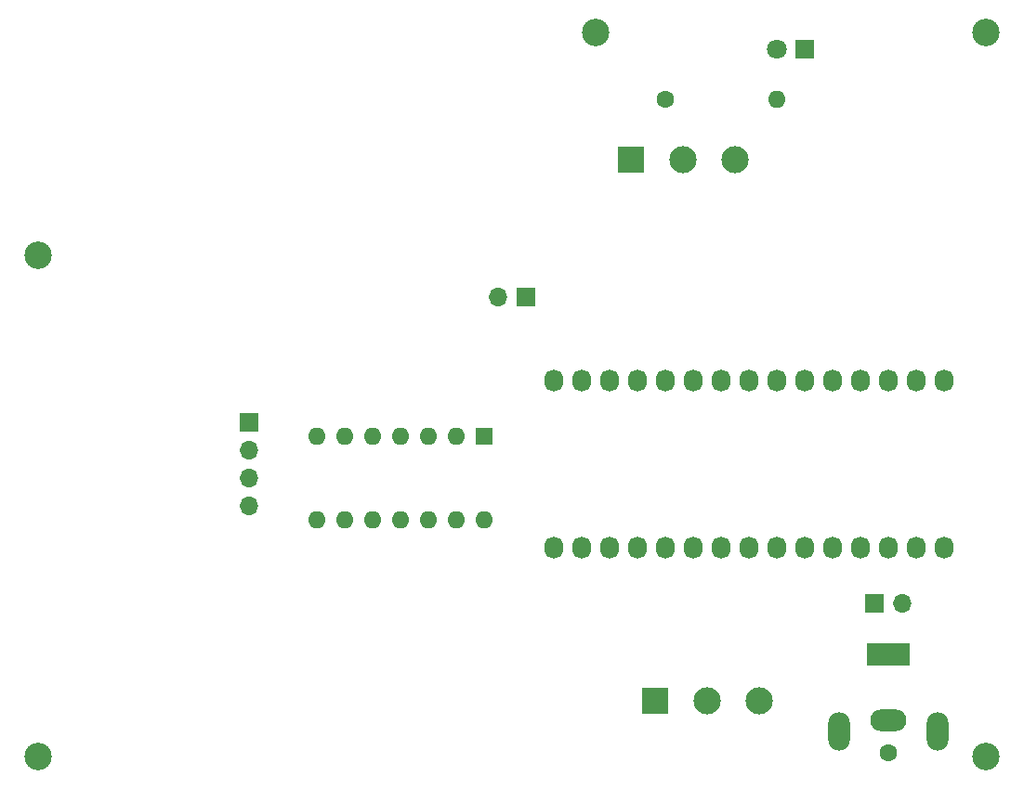
<source format=gbr>
%TF.GenerationSoftware,KiCad,Pcbnew,(6.0.1)*%
%TF.CreationDate,2022-07-19T13:40:28+01:00*%
%TF.ProjectId,psp-bluetooth,7073702d-626c-4756-9574-6f6f74682e6b,rev?*%
%TF.SameCoordinates,Original*%
%TF.FileFunction,Soldermask,Bot*%
%TF.FilePolarity,Negative*%
%FSLAX46Y46*%
G04 Gerber Fmt 4.6, Leading zero omitted, Abs format (unit mm)*
G04 Created by KiCad (PCBNEW (6.0.1)) date 2022-07-19 13:40:28*
%MOMM*%
%LPD*%
G01*
G04 APERTURE LIST*
%ADD10C,1.600000*%
%ADD11O,1.600000X1.600000*%
%ADD12O,1.727200X2.032000*%
%ADD13R,2.475000X2.475000*%
%ADD14C,2.475000*%
%ADD15C,2.500000*%
%ADD16R,1.600000X1.600000*%
%ADD17R,4.000000X2.000000*%
%ADD18O,3.300000X2.000000*%
%ADD19O,2.000000X3.500000*%
%ADD20R,1.700000X1.700000*%
%ADD21O,1.700000X1.700000*%
%ADD22R,1.800000X1.800000*%
%ADD23C,1.800000*%
G04 APERTURE END LIST*
D10*
%TO.C,R1*%
X168920000Y-34000000D03*
D11*
X179080000Y-34000000D03*
%TD*%
D12*
%TO.C,P1*%
X194310000Y-59690000D03*
X191770000Y-59690000D03*
X189230000Y-59690000D03*
X186690000Y-59690000D03*
X184150000Y-59690000D03*
X181610000Y-59690000D03*
X179070000Y-59690000D03*
X176530000Y-59690000D03*
X173990000Y-59690000D03*
X171450000Y-59690000D03*
X168910000Y-59690000D03*
X166370000Y-59690000D03*
X163830000Y-59690000D03*
X161290000Y-59690000D03*
X158750000Y-59690000D03*
%TD*%
%TO.C,P2*%
X194310000Y-74930000D03*
X191770000Y-74930000D03*
X189230000Y-74930000D03*
X186690000Y-74930000D03*
X184150000Y-74930000D03*
X181610000Y-74930000D03*
X179070000Y-74930000D03*
X176530000Y-74930000D03*
X173990000Y-74930000D03*
X171450000Y-74930000D03*
X168910000Y-74930000D03*
X166370000Y-74930000D03*
X163830000Y-74930000D03*
X161290000Y-74930000D03*
X158750000Y-74930000D03*
%TD*%
D13*
%TO.C,S1*%
X167970000Y-88900000D03*
D14*
X172720000Y-88900000D03*
X177470000Y-88900000D03*
%TD*%
D15*
%TO.C,H4*%
X111760000Y-93980000D03*
%TD*%
D16*
%TO.C,U1*%
X152400000Y-64770000D03*
D11*
X149860000Y-64770000D03*
X147320000Y-64770000D03*
X144780000Y-64770000D03*
X142240000Y-64770000D03*
X139700000Y-64770000D03*
X137160000Y-64770000D03*
X137160000Y-72390000D03*
X139700000Y-72390000D03*
X142240000Y-72390000D03*
X144780000Y-72390000D03*
X147320000Y-72390000D03*
X149860000Y-72390000D03*
X152400000Y-72390000D03*
%TD*%
D15*
%TO.C,H2*%
X198120000Y-27940000D03*
%TD*%
D13*
%TO.C,S2*%
X165750000Y-39500000D03*
D14*
X170500000Y-39500000D03*
X175250000Y-39500000D03*
%TD*%
D15*
%TO.C,H3*%
X198120000Y-93980000D03*
%TD*%
%TO.C,H5*%
X111760000Y-48260000D03*
%TD*%
D10*
%TO.C,J6*%
X189230000Y-93670000D03*
D17*
X189230000Y-84670000D03*
D18*
X189230000Y-90670000D03*
D19*
X193730000Y-91670000D03*
X184730000Y-91670000D03*
%TD*%
D20*
%TO.C,J4*%
X131000000Y-63510000D03*
D21*
X131000000Y-66050000D03*
X131000000Y-68590000D03*
X131000000Y-71130000D03*
%TD*%
D20*
%TO.C,J5*%
X156210000Y-52070000D03*
D21*
X153670000Y-52070000D03*
%TD*%
D15*
%TO.C,H1*%
X162560000Y-27940000D03*
%TD*%
D22*
%TO.C,D1*%
X181590000Y-29495000D03*
D23*
X179050000Y-29495000D03*
%TD*%
D20*
%TO.C,J8*%
X187960000Y-80010000D03*
D21*
X190500000Y-80010000D03*
%TD*%
M02*

</source>
